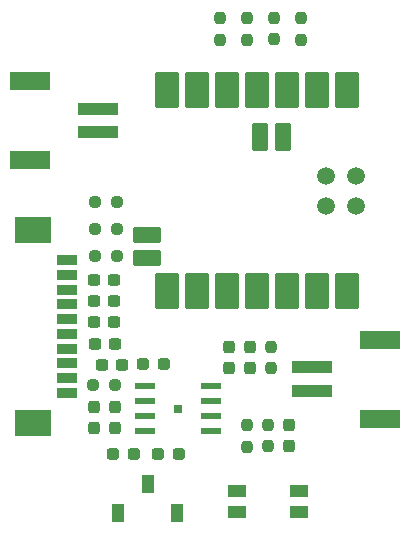
<source format=gbr>
%TF.GenerationSoftware,KiCad,Pcbnew,8.0.8*%
%TF.CreationDate,2025-04-02T15:42:23+05:30*%
%TF.ProjectId,STHDAQ_B1,53544844-4151-45f4-9231-2e6b69636164,rev?*%
%TF.SameCoordinates,Original*%
%TF.FileFunction,Paste,Top*%
%TF.FilePolarity,Positive*%
%FSLAX46Y46*%
G04 Gerber Fmt 4.6, Leading zero omitted, Abs format (unit mm)*
G04 Created by KiCad (PCBNEW 8.0.8) date 2025-04-02 15:42:23*
%MOMM*%
%LPD*%
G01*
G04 APERTURE LIST*
G04 Aperture macros list*
%AMRoundRect*
0 Rectangle with rounded corners*
0 $1 Rounding radius*
0 $2 $3 $4 $5 $6 $7 $8 $9 X,Y pos of 4 corners*
0 Add a 4 corners polygon primitive as box body*
4,1,4,$2,$3,$4,$5,$6,$7,$8,$9,$2,$3,0*
0 Add four circle primitives for the rounded corners*
1,1,$1+$1,$2,$3*
1,1,$1+$1,$4,$5*
1,1,$1+$1,$6,$7*
1,1,$1+$1,$8,$9*
0 Add four rect primitives between the rounded corners*
20,1,$1+$1,$2,$3,$4,$5,0*
20,1,$1+$1,$4,$5,$6,$7,0*
20,1,$1+$1,$6,$7,$8,$9,0*
20,1,$1+$1,$8,$9,$2,$3,0*%
G04 Aperture macros list end*
%ADD10C,0.010000*%
%ADD11RoundRect,0.237500X0.250000X0.237500X-0.250000X0.237500X-0.250000X-0.237500X0.250000X-0.237500X0*%
%ADD12RoundRect,0.237500X-0.237500X0.250000X-0.237500X-0.250000X0.237500X-0.250000X0.237500X0.250000X0*%
%ADD13RoundRect,0.237500X0.237500X-0.250000X0.237500X0.250000X-0.237500X0.250000X-0.237500X-0.250000X0*%
%ADD14RoundRect,0.237500X-0.287500X-0.237500X0.287500X-0.237500X0.287500X0.237500X-0.287500X0.237500X0*%
%ADD15RoundRect,0.237500X0.237500X-0.287500X0.237500X0.287500X-0.237500X0.287500X-0.237500X-0.287500X0*%
%ADD16RoundRect,0.237500X-0.237500X0.287500X-0.237500X-0.287500X0.237500X-0.287500X0.237500X0.287500X0*%
%ADD17RoundRect,0.237500X0.237500X-0.300000X0.237500X0.300000X-0.237500X0.300000X-0.237500X-0.300000X0*%
%ADD18RoundRect,0.237500X0.300000X0.237500X-0.300000X0.237500X-0.300000X-0.237500X0.300000X-0.237500X0*%
%ADD19RoundRect,0.237500X-0.300000X-0.237500X0.300000X-0.237500X0.300000X0.237500X-0.300000X0.237500X0*%
%ADD20RoundRect,0.030000X-0.970000X1.470000X-0.970000X-1.470000X0.970000X-1.470000X0.970000X1.470000X0*%
%ADD21RoundRect,0.026000X-0.624000X1.124000X-0.624000X-1.124000X0.624000X-1.124000X0.624000X1.124000X0*%
%ADD22RoundRect,0.026000X-1.124000X0.624000X-1.124000X-0.624000X1.124000X-0.624000X1.124000X0.624000X0*%
%ADD23C,1.500000*%
%ADD24R,1.701800X0.812800*%
%ADD25R,3.098800X2.209800*%
%ADD26R,1.750000X0.600000*%
%ADD27R,1.550000X1.000000*%
%ADD28R,3.400000X1.500000*%
%ADD29R,3.500000X1.000000*%
%ADD30R,1.000000X1.600000*%
G04 APERTURE END LIST*
D10*
%TO.C,U1*%
X152954000Y-87676000D02*
X152354000Y-87676000D01*
X152354000Y-87076000D01*
X152954000Y-87076000D01*
X152954000Y-87676000D01*
G36*
X152954000Y-87676000D02*
G01*
X152354000Y-87676000D01*
X152354000Y-87076000D01*
X152954000Y-87076000D01*
X152954000Y-87676000D01*
G37*
%TD*%
D11*
%TO.C,R11*%
X147466334Y-72136000D03*
X145641334Y-72136000D03*
%TD*%
%TO.C,R10*%
X147470500Y-74422000D03*
X145645500Y-74422000D03*
%TD*%
%TO.C,R9*%
X147478832Y-69850000D03*
X145653832Y-69850000D03*
%TD*%
D12*
%TO.C,R8*%
X160528000Y-82145500D03*
X160528000Y-83970500D03*
%TD*%
D13*
%TO.C,R7*%
X158522000Y-90589500D03*
X158522000Y-88764500D03*
%TD*%
%TO.C,R6*%
X160274000Y-90574500D03*
X160274000Y-88749500D03*
%TD*%
D12*
%TO.C,R5*%
X156210000Y-54313166D03*
X156210000Y-56138166D03*
%TD*%
%TO.C,R4*%
X158496000Y-54304834D03*
X158496000Y-56129834D03*
%TD*%
%TO.C,R3*%
X160782000Y-54292336D03*
X160782000Y-56117336D03*
%TD*%
%TO.C,R2*%
X163068000Y-54309000D03*
X163068000Y-56134000D03*
%TD*%
D11*
%TO.C,R1*%
X145495000Y-85344000D03*
X147320000Y-85344000D03*
%TD*%
D14*
%TO.C,L1*%
X149747000Y-83566000D03*
X151497000Y-83566000D03*
%TD*%
D15*
%TO.C,D5*%
X162052000Y-90537000D03*
X162052000Y-88787000D03*
%TD*%
D14*
%TO.C,D4*%
X151017000Y-91186000D03*
X152767000Y-91186000D03*
%TD*%
%TO.C,D3*%
X147207000Y-91186000D03*
X148957000Y-91186000D03*
%TD*%
D16*
%TO.C,D2*%
X145542000Y-87263000D03*
X145542000Y-89013000D03*
%TD*%
D15*
%TO.C,D1*%
X147320000Y-89013000D03*
X147320000Y-87263000D03*
%TD*%
D17*
%TO.C,C7*%
X158750000Y-83925500D03*
X158750000Y-82200500D03*
%TD*%
D18*
%TO.C,C6*%
X145545000Y-78232000D03*
X147270000Y-78232000D03*
%TD*%
D17*
%TO.C,C5*%
X156972000Y-83925500D03*
X156972000Y-82200500D03*
%TD*%
D18*
%TO.C,C4*%
X145530000Y-76454000D03*
X147255000Y-76454000D03*
%TD*%
%TO.C,C3*%
X145545000Y-80010000D03*
X147270000Y-80010000D03*
%TD*%
%TO.C,C2*%
X146203500Y-83662000D03*
X147928500Y-83662000D03*
%TD*%
D19*
%TO.C,C1*%
X147358500Y-81935000D03*
X145633500Y-81935000D03*
%TD*%
D20*
%TO.C,U2*%
X166940500Y-60412500D03*
X164400500Y-60412500D03*
X161860500Y-60412500D03*
X159320500Y-60412500D03*
X161860500Y-77412500D03*
X156780500Y-60412500D03*
X154240500Y-60412500D03*
X151700500Y-60412500D03*
X151700500Y-77412500D03*
X154240500Y-77412500D03*
X156780500Y-77412500D03*
X159320500Y-77412500D03*
D21*
X161520500Y-64412500D03*
X159620500Y-64412500D03*
D20*
X164400500Y-77412500D03*
D22*
X150070500Y-72712500D03*
X150070500Y-74612500D03*
D23*
X165170500Y-70182500D03*
X165170500Y-67642500D03*
X167710500Y-70182500D03*
X167710500Y-67642500D03*
D20*
X166940500Y-77412500D03*
%TD*%
D24*
%TO.C,J1*%
X143256000Y-74796000D03*
X143256000Y-76046000D03*
X143256000Y-77296000D03*
X143256000Y-78546000D03*
X143256000Y-79796000D03*
X143256000Y-81046000D03*
X143256000Y-82296000D03*
X143256000Y-83546000D03*
X143256000Y-84796000D03*
X143256000Y-86046000D03*
D25*
X140356001Y-88596000D03*
X140356001Y-72246000D03*
%TD*%
D26*
%TO.C,U1*%
X149854000Y-85471000D03*
X149854000Y-86741000D03*
X149854000Y-88011000D03*
X149854000Y-89281000D03*
X155454000Y-89281000D03*
X155454000Y-88011000D03*
X155454000Y-86741000D03*
X155454000Y-85471000D03*
%TD*%
D27*
%TO.C,SW1*%
X157649000Y-94392000D03*
X162899000Y-94392000D03*
X157649000Y-96092000D03*
X162899000Y-96092000D03*
%TD*%
D28*
%TO.C,P2*%
X140127000Y-66342000D03*
X140127000Y-59642000D03*
D29*
X145877000Y-63992000D03*
X145877000Y-61992000D03*
%TD*%
D30*
%TO.C,S1*%
X147614000Y-96196000D03*
X150114000Y-93796000D03*
X152614000Y-96196000D03*
%TD*%
D29*
%TO.C,P1*%
X164003000Y-85890000D03*
X164003000Y-83890000D03*
D28*
X169753000Y-88240000D03*
X169753000Y-81540000D03*
%TD*%
M02*

</source>
